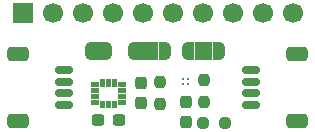
<source format=gbr>
%TF.GenerationSoftware,KiCad,Pcbnew,9.0.3*%
%TF.CreationDate,2025-09-10T00:52:23-04:00*%
%TF.ProjectId,IMU-Magnetometer,494d552d-4d61-4676-9e65-746f6d657465,rev?*%
%TF.SameCoordinates,Original*%
%TF.FileFunction,Soldermask,Top*%
%TF.FilePolarity,Negative*%
%FSLAX46Y46*%
G04 Gerber Fmt 4.6, Leading zero omitted, Abs format (unit mm)*
G04 Created by KiCad (PCBNEW 9.0.3) date 2025-09-10 00:52:23*
%MOMM*%
%LPD*%
G01*
G04 APERTURE LIST*
G04 Aperture macros list*
%AMRoundRect*
0 Rectangle with rounded corners*
0 $1 Rounding radius*
0 $2 $3 $4 $5 $6 $7 $8 $9 X,Y pos of 4 corners*
0 Add a 4 corners polygon primitive as box body*
4,1,4,$2,$3,$4,$5,$6,$7,$8,$9,$2,$3,0*
0 Add four circle primitives for the rounded corners*
1,1,$1+$1,$2,$3*
1,1,$1+$1,$4,$5*
1,1,$1+$1,$6,$7*
1,1,$1+$1,$8,$9*
0 Add four rect primitives between the rounded corners*
20,1,$1+$1,$2,$3,$4,$5,0*
20,1,$1+$1,$4,$5,$6,$7,0*
20,1,$1+$1,$6,$7,$8,$9,0*
20,1,$1+$1,$8,$9,$2,$3,0*%
%AMFreePoly0*
4,1,23,0.550000,-0.750000,0.000000,-0.750000,0.000000,-0.745722,-0.065263,-0.745722,-0.191342,-0.711940,-0.304381,-0.646677,-0.396677,-0.554381,-0.461940,-0.441342,-0.495722,-0.315263,-0.495722,-0.250000,-0.500000,-0.250000,-0.500000,0.250000,-0.495722,0.250000,-0.495722,0.315263,-0.461940,0.441342,-0.396677,0.554381,-0.304381,0.646677,-0.191342,0.711940,-0.065263,0.745722,0.000000,0.745722,
0.000000,0.750000,0.550000,0.750000,0.550000,-0.750000,0.550000,-0.750000,$1*%
%AMFreePoly1*
4,1,23,0.000000,0.745722,0.065263,0.745722,0.191342,0.711940,0.304381,0.646677,0.396677,0.554381,0.461940,0.441342,0.495722,0.315263,0.495722,0.250000,0.500000,0.250000,0.500000,-0.250000,0.495722,-0.250000,0.495722,-0.315263,0.461940,-0.441342,0.396677,-0.554381,0.304381,-0.646677,0.191342,-0.711940,0.065263,-0.745722,0.000000,-0.745722,0.000000,-0.750000,-0.550000,-0.750000,
-0.550000,0.750000,0.000000,0.750000,0.000000,0.745722,0.000000,0.745722,$1*%
%AMFreePoly2*
4,1,23,0.500000,-0.750000,0.000000,-0.750000,0.000000,-0.745722,-0.065263,-0.745722,-0.191342,-0.711940,-0.304381,-0.646677,-0.396677,-0.554381,-0.461940,-0.441342,-0.495722,-0.315263,-0.495722,-0.250000,-0.500000,-0.250000,-0.500000,0.250000,-0.495722,0.250000,-0.495722,0.315263,-0.461940,0.441342,-0.396677,0.554381,-0.304381,0.646677,-0.191342,0.711940,-0.065263,0.745722,0.000000,0.745722,
0.000000,0.750000,0.500000,0.750000,0.500000,-0.750000,0.500000,-0.750000,$1*%
%AMFreePoly3*
4,1,23,0.000000,0.745722,0.065263,0.745722,0.191342,0.711940,0.304381,0.646677,0.396677,0.554381,0.461940,0.441342,0.495722,0.315263,0.495722,0.250000,0.500000,0.250000,0.500000,-0.250000,0.495722,-0.250000,0.495722,-0.315263,0.461940,-0.441342,0.396677,-0.554381,0.304381,-0.646677,0.191342,-0.711940,0.065263,-0.745722,0.000000,-0.745722,0.000000,-0.750000,-0.500000,-0.750000,
-0.500000,0.750000,0.000000,0.750000,0.000000,0.745722,0.000000,0.745722,$1*%
G04 Aperture macros list end*
%ADD10C,0.010000*%
%ADD11FreePoly0,180.000000*%
%ADD12R,1.000000X1.500000*%
%ADD13FreePoly1,180.000000*%
%ADD14RoundRect,0.150000X0.625000X-0.150000X0.625000X0.150000X-0.625000X0.150000X-0.625000X-0.150000X0*%
%ADD15RoundRect,0.250000X0.650000X-0.350000X0.650000X0.350000X-0.650000X0.350000X-0.650000X-0.350000X0*%
%ADD16FreePoly2,180.000000*%
%ADD17FreePoly3,180.000000*%
%ADD18C,0.180000*%
%ADD19RoundRect,0.150000X-0.625000X0.150000X-0.625000X-0.150000X0.625000X-0.150000X0.625000X0.150000X0*%
%ADD20RoundRect,0.250000X-0.650000X0.350000X-0.650000X-0.350000X0.650000X-0.350000X0.650000X0.350000X0*%
%ADD21RoundRect,0.237500X-0.300000X-0.237500X0.300000X-0.237500X0.300000X0.237500X-0.300000X0.237500X0*%
%ADD22RoundRect,0.237500X-0.250000X-0.237500X0.250000X-0.237500X0.250000X0.237500X-0.250000X0.237500X0*%
%ADD23RoundRect,0.237500X0.237500X-0.250000X0.237500X0.250000X-0.237500X0.250000X-0.237500X-0.250000X0*%
%ADD24RoundRect,0.237500X0.237500X-0.300000X0.237500X0.300000X-0.237500X0.300000X-0.237500X-0.300000X0*%
%ADD25RoundRect,0.237500X-0.237500X0.300000X-0.237500X-0.300000X0.237500X-0.300000X0.237500X0.300000X0*%
%ADD26R,1.700000X1.700000*%
%ADD27C,1.700000*%
G04 APERTURE END LIST*
%TO.C,JP3*%
G36*
X4415809Y-3783267D02*
G01*
X2915809Y-3783267D01*
X2915809Y-2283267D01*
X4415809Y-2283267D01*
X4415809Y-3783267D01*
G37*
%TO.C,JP1*%
G36*
X-5084191Y-3783267D02*
G01*
X-5384191Y-3783267D01*
X-5384191Y-2283267D01*
X-5084191Y-2283267D01*
X-5084191Y-3783267D01*
G37*
D10*
%TO.C,U1*%
X-5309191Y-6045767D02*
X-5884191Y-6045767D01*
X-5884191Y-5695767D01*
X-5309191Y-5695767D01*
X-5309191Y-6045767D01*
G36*
X-5309191Y-6045767D02*
G01*
X-5884191Y-6045767D01*
X-5884191Y-5695767D01*
X-5309191Y-5695767D01*
X-5309191Y-6045767D01*
G37*
X-5309191Y-6545767D02*
X-5884191Y-6545767D01*
X-5884191Y-6195767D01*
X-5309191Y-6195767D01*
X-5309191Y-6545767D01*
G36*
X-5309191Y-6545767D02*
G01*
X-5884191Y-6545767D01*
X-5884191Y-6195767D01*
X-5309191Y-6195767D01*
X-5309191Y-6545767D01*
G37*
X-5309191Y-7045767D02*
X-5884191Y-7045767D01*
X-5884191Y-6695767D01*
X-5309191Y-6695767D01*
X-5309191Y-7045767D01*
G36*
X-5309191Y-7045767D02*
G01*
X-5884191Y-7045767D01*
X-5884191Y-6695767D01*
X-5309191Y-6695767D01*
X-5309191Y-7045767D01*
G37*
X-5309191Y-7545767D02*
X-5884191Y-7545767D01*
X-5884191Y-7195767D01*
X-5309191Y-7195767D01*
X-5309191Y-7545767D01*
G36*
X-5309191Y-7545767D02*
G01*
X-5884191Y-7545767D01*
X-5884191Y-7195767D01*
X-5309191Y-7195767D01*
X-5309191Y-7545767D01*
G37*
X-4759191Y-5995767D02*
X-5109191Y-5995767D01*
X-5109191Y-5420767D01*
X-4759191Y-5420767D01*
X-4759191Y-5995767D01*
G36*
X-4759191Y-5995767D02*
G01*
X-5109191Y-5995767D01*
X-5109191Y-5420767D01*
X-4759191Y-5420767D01*
X-4759191Y-5995767D01*
G37*
X-4759191Y-7820767D02*
X-5109191Y-7820767D01*
X-5109191Y-7245767D01*
X-4759191Y-7245767D01*
X-4759191Y-7820767D01*
G36*
X-4759191Y-7820767D02*
G01*
X-5109191Y-7820767D01*
X-5109191Y-7245767D01*
X-4759191Y-7245767D01*
X-4759191Y-7820767D01*
G37*
X-4259191Y-5995767D02*
X-4609191Y-5995767D01*
X-4609191Y-5420767D01*
X-4259191Y-5420767D01*
X-4259191Y-5995767D01*
G36*
X-4259191Y-5995767D02*
G01*
X-4609191Y-5995767D01*
X-4609191Y-5420767D01*
X-4259191Y-5420767D01*
X-4259191Y-5995767D01*
G37*
X-4259191Y-7820767D02*
X-4609191Y-7820767D01*
X-4609191Y-7245767D01*
X-4259191Y-7245767D01*
X-4259191Y-7820767D01*
G36*
X-4259191Y-7820767D02*
G01*
X-4609191Y-7820767D01*
X-4609191Y-7245767D01*
X-4259191Y-7245767D01*
X-4259191Y-7820767D01*
G37*
X-3759191Y-5995767D02*
X-4109191Y-5995767D01*
X-4109191Y-5420767D01*
X-3759191Y-5420767D01*
X-3759191Y-5995767D01*
G36*
X-3759191Y-5995767D02*
G01*
X-4109191Y-5995767D01*
X-4109191Y-5420767D01*
X-3759191Y-5420767D01*
X-3759191Y-5995767D01*
G37*
X-3759191Y-7820767D02*
X-4109191Y-7820767D01*
X-4109191Y-7245767D01*
X-3759191Y-7245767D01*
X-3759191Y-7820767D01*
G36*
X-3759191Y-7820767D02*
G01*
X-4109191Y-7820767D01*
X-4109191Y-7245767D01*
X-3759191Y-7245767D01*
X-3759191Y-7820767D01*
G37*
X-2984191Y-6045767D02*
X-3559191Y-6045767D01*
X-3559191Y-5695767D01*
X-2984191Y-5695767D01*
X-2984191Y-6045767D01*
G36*
X-2984191Y-6045767D02*
G01*
X-3559191Y-6045767D01*
X-3559191Y-5695767D01*
X-2984191Y-5695767D01*
X-2984191Y-6045767D01*
G37*
X-2984191Y-6545767D02*
X-3559191Y-6545767D01*
X-3559191Y-6195767D01*
X-2984191Y-6195767D01*
X-2984191Y-6545767D01*
G36*
X-2984191Y-6545767D02*
G01*
X-3559191Y-6545767D01*
X-3559191Y-6195767D01*
X-2984191Y-6195767D01*
X-2984191Y-6545767D01*
G37*
X-2984191Y-7045767D02*
X-3559191Y-7045767D01*
X-3559191Y-6695767D01*
X-2984191Y-6695767D01*
X-2984191Y-7045767D01*
G36*
X-2984191Y-7045767D02*
G01*
X-3559191Y-7045767D01*
X-3559191Y-6695767D01*
X-2984191Y-6695767D01*
X-2984191Y-7045767D01*
G37*
X-2984191Y-7545767D02*
X-3559191Y-7545767D01*
X-3559191Y-7195767D01*
X-2984191Y-7195767D01*
X-2984191Y-7545767D01*
G36*
X-2984191Y-7545767D02*
G01*
X-3559191Y-7545767D01*
X-3559191Y-7195767D01*
X-2984191Y-7195767D01*
X-2984191Y-7545767D01*
G37*
%TO.C,JP2*%
G36*
X-184191Y-3783267D02*
G01*
X-1684191Y-3783267D01*
X-1684191Y-2283267D01*
X-184191Y-2283267D01*
X-184191Y-3783267D01*
G37*
%TD*%
D11*
%TO.C,JP3*%
X4965809Y-3033267D03*
D12*
X3665809Y-3033267D03*
D13*
X2365809Y-3033267D03*
%TD*%
D14*
%TO.C,J3*%
X7690809Y-7633267D03*
X7690809Y-6633267D03*
X7690809Y-5633267D03*
X7690809Y-4633267D03*
D15*
X11565809Y-8933267D03*
X11565809Y-3333267D03*
%TD*%
D16*
%TO.C,JP1*%
X-4584191Y-3033267D03*
D17*
X-5884191Y-3033267D03*
%TD*%
D18*
%TO.C,U2*%
X1965809Y-5433267D03*
X2365809Y-5433267D03*
X1965809Y-5833267D03*
X2365809Y-5833267D03*
%TD*%
D19*
%TO.C,J2*%
X-8159191Y-4633267D03*
X-8159191Y-5633267D03*
X-8159191Y-6633267D03*
X-8159191Y-7633267D03*
D20*
X-12034191Y-3333267D03*
X-12034191Y-8933267D03*
%TD*%
D21*
%TO.C,C1*%
X-5259191Y-8920767D03*
X-3534191Y-8920767D03*
%TD*%
D11*
%TO.C,JP2*%
X365809Y-3033267D03*
D12*
X-934191Y-3033267D03*
D13*
X-2234191Y-3033267D03*
%TD*%
D22*
%TO.C,R2*%
X3653309Y-9133267D03*
X5478309Y-9133267D03*
%TD*%
D23*
%TO.C,R3*%
X3665809Y-7345767D03*
X3665809Y-5520767D03*
%TD*%
%TO.C,R1*%
X-34191Y-7533267D03*
X-34191Y-5708267D03*
%TD*%
D24*
%TO.C,C3*%
X-1634191Y-7483267D03*
X-1634191Y-5758267D03*
%TD*%
D25*
%TO.C,C2*%
X2165809Y-7370767D03*
X2165809Y-9095767D03*
%TD*%
D26*
%TO.C,J1*%
X-11664191Y166733D03*
D27*
X-9124191Y166733D03*
X-6584191Y166733D03*
X-4044191Y166733D03*
X-1504191Y166733D03*
X1035809Y166733D03*
X3575809Y166733D03*
X6115809Y166733D03*
X8655809Y166733D03*
X11195809Y166733D03*
%TD*%
M02*

</source>
